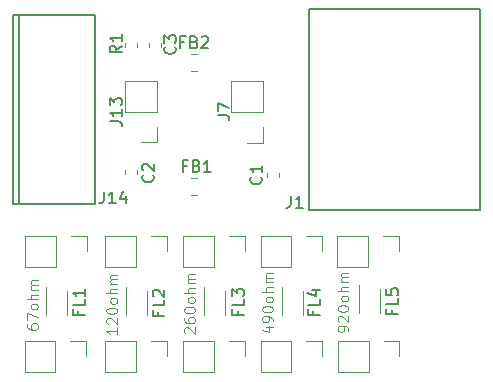
<source format=gbr>
G04 #@! TF.GenerationSoftware,KiCad,Pcbnew,(5.1.2)-1*
G04 #@! TF.CreationDate,2024-04-02T23:01:08+09:00*
G04 #@! TF.ProjectId,uf,75662e6b-6963-4616-945f-706362585858,v1.0*
G04 #@! TF.SameCoordinates,Original*
G04 #@! TF.FileFunction,Legend,Top*
G04 #@! TF.FilePolarity,Positive*
%FSLAX46Y46*%
G04 Gerber Fmt 4.6, Leading zero omitted, Abs format (unit mm)*
G04 Created by KiCad (PCBNEW (5.1.2)-1) date 2024-04-02 23:01:08*
%MOMM*%
%LPD*%
G04 APERTURE LIST*
%ADD10C,0.120000*%
%ADD11C,0.150000*%
%ADD12C,0.100000*%
G04 APERTURE END LIST*
D10*
X155887142Y-137202857D02*
X155887142Y-137031428D01*
X155844285Y-136945714D01*
X155801428Y-136902857D01*
X155672857Y-136817142D01*
X155501428Y-136774285D01*
X155158571Y-136774285D01*
X155072857Y-136817142D01*
X155030000Y-136860000D01*
X154987142Y-136945714D01*
X154987142Y-137117142D01*
X155030000Y-137202857D01*
X155072857Y-137245714D01*
X155158571Y-137288571D01*
X155372857Y-137288571D01*
X155458571Y-137245714D01*
X155501428Y-137202857D01*
X155544285Y-137117142D01*
X155544285Y-136945714D01*
X155501428Y-136860000D01*
X155458571Y-136817142D01*
X155372857Y-136774285D01*
X155072857Y-136431428D02*
X155030000Y-136388571D01*
X154987142Y-136302857D01*
X154987142Y-136088571D01*
X155030000Y-136002857D01*
X155072857Y-135960000D01*
X155158571Y-135917142D01*
X155244285Y-135917142D01*
X155372857Y-135960000D01*
X155887142Y-136474285D01*
X155887142Y-135917142D01*
X154987142Y-135360000D02*
X154987142Y-135274285D01*
X155030000Y-135188571D01*
X155072857Y-135145714D01*
X155158571Y-135102857D01*
X155330000Y-135060000D01*
X155544285Y-135060000D01*
X155715714Y-135102857D01*
X155801428Y-135145714D01*
X155844285Y-135188571D01*
X155887142Y-135274285D01*
X155887142Y-135360000D01*
X155844285Y-135445714D01*
X155801428Y-135488571D01*
X155715714Y-135531428D01*
X155544285Y-135574285D01*
X155330000Y-135574285D01*
X155158571Y-135531428D01*
X155072857Y-135488571D01*
X155030000Y-135445714D01*
X154987142Y-135360000D01*
X155887142Y-134545714D02*
X155844285Y-134631428D01*
X155801428Y-134674285D01*
X155715714Y-134717142D01*
X155458571Y-134717142D01*
X155372857Y-134674285D01*
X155330000Y-134631428D01*
X155287142Y-134545714D01*
X155287142Y-134417142D01*
X155330000Y-134331428D01*
X155372857Y-134288571D01*
X155458571Y-134245714D01*
X155715714Y-134245714D01*
X155801428Y-134288571D01*
X155844285Y-134331428D01*
X155887142Y-134417142D01*
X155887142Y-134545714D01*
X155887142Y-133860000D02*
X154987142Y-133860000D01*
X155887142Y-133474285D02*
X155415714Y-133474285D01*
X155330000Y-133517142D01*
X155287142Y-133602857D01*
X155287142Y-133731428D01*
X155330000Y-133817142D01*
X155372857Y-133860000D01*
X155887142Y-133045714D02*
X155287142Y-133045714D01*
X155372857Y-133045714D02*
X155330000Y-133002857D01*
X155287142Y-132917142D01*
X155287142Y-132788571D01*
X155330000Y-132702857D01*
X155415714Y-132660000D01*
X155887142Y-132660000D01*
X155415714Y-132660000D02*
X155330000Y-132617142D01*
X155287142Y-132531428D01*
X155287142Y-132402857D01*
X155330000Y-132317142D01*
X155415714Y-132274285D01*
X155887142Y-132274285D01*
X148877142Y-136920000D02*
X149477142Y-136920000D01*
X148534285Y-137134285D02*
X149177142Y-137348571D01*
X149177142Y-136791428D01*
X149477142Y-136405714D02*
X149477142Y-136234285D01*
X149434285Y-136148571D01*
X149391428Y-136105714D01*
X149262857Y-136020000D01*
X149091428Y-135977142D01*
X148748571Y-135977142D01*
X148662857Y-136020000D01*
X148620000Y-136062857D01*
X148577142Y-136148571D01*
X148577142Y-136320000D01*
X148620000Y-136405714D01*
X148662857Y-136448571D01*
X148748571Y-136491428D01*
X148962857Y-136491428D01*
X149048571Y-136448571D01*
X149091428Y-136405714D01*
X149134285Y-136320000D01*
X149134285Y-136148571D01*
X149091428Y-136062857D01*
X149048571Y-136020000D01*
X148962857Y-135977142D01*
X148577142Y-135420000D02*
X148577142Y-135334285D01*
X148620000Y-135248571D01*
X148662857Y-135205714D01*
X148748571Y-135162857D01*
X148920000Y-135120000D01*
X149134285Y-135120000D01*
X149305714Y-135162857D01*
X149391428Y-135205714D01*
X149434285Y-135248571D01*
X149477142Y-135334285D01*
X149477142Y-135420000D01*
X149434285Y-135505714D01*
X149391428Y-135548571D01*
X149305714Y-135591428D01*
X149134285Y-135634285D01*
X148920000Y-135634285D01*
X148748571Y-135591428D01*
X148662857Y-135548571D01*
X148620000Y-135505714D01*
X148577142Y-135420000D01*
X149477142Y-134605714D02*
X149434285Y-134691428D01*
X149391428Y-134734285D01*
X149305714Y-134777142D01*
X149048571Y-134777142D01*
X148962857Y-134734285D01*
X148920000Y-134691428D01*
X148877142Y-134605714D01*
X148877142Y-134477142D01*
X148920000Y-134391428D01*
X148962857Y-134348571D01*
X149048571Y-134305714D01*
X149305714Y-134305714D01*
X149391428Y-134348571D01*
X149434285Y-134391428D01*
X149477142Y-134477142D01*
X149477142Y-134605714D01*
X149477142Y-133920000D02*
X148577142Y-133920000D01*
X149477142Y-133534285D02*
X149005714Y-133534285D01*
X148920000Y-133577142D01*
X148877142Y-133662857D01*
X148877142Y-133791428D01*
X148920000Y-133877142D01*
X148962857Y-133920000D01*
X149477142Y-133105714D02*
X148877142Y-133105714D01*
X148962857Y-133105714D02*
X148920000Y-133062857D01*
X148877142Y-132977142D01*
X148877142Y-132848571D01*
X148920000Y-132762857D01*
X149005714Y-132720000D01*
X149477142Y-132720000D01*
X149005714Y-132720000D02*
X148920000Y-132677142D01*
X148877142Y-132591428D01*
X148877142Y-132462857D01*
X148920000Y-132377142D01*
X149005714Y-132334285D01*
X149477142Y-132334285D01*
X142082857Y-137418571D02*
X142040000Y-137375714D01*
X141997142Y-137290000D01*
X141997142Y-137075714D01*
X142040000Y-136990000D01*
X142082857Y-136947142D01*
X142168571Y-136904285D01*
X142254285Y-136904285D01*
X142382857Y-136947142D01*
X142897142Y-137461428D01*
X142897142Y-136904285D01*
X141997142Y-136132857D02*
X141997142Y-136304285D01*
X142040000Y-136390000D01*
X142082857Y-136432857D01*
X142211428Y-136518571D01*
X142382857Y-136561428D01*
X142725714Y-136561428D01*
X142811428Y-136518571D01*
X142854285Y-136475714D01*
X142897142Y-136390000D01*
X142897142Y-136218571D01*
X142854285Y-136132857D01*
X142811428Y-136090000D01*
X142725714Y-136047142D01*
X142511428Y-136047142D01*
X142425714Y-136090000D01*
X142382857Y-136132857D01*
X142340000Y-136218571D01*
X142340000Y-136390000D01*
X142382857Y-136475714D01*
X142425714Y-136518571D01*
X142511428Y-136561428D01*
X141997142Y-135490000D02*
X141997142Y-135404285D01*
X142040000Y-135318571D01*
X142082857Y-135275714D01*
X142168571Y-135232857D01*
X142340000Y-135190000D01*
X142554285Y-135190000D01*
X142725714Y-135232857D01*
X142811428Y-135275714D01*
X142854285Y-135318571D01*
X142897142Y-135404285D01*
X142897142Y-135490000D01*
X142854285Y-135575714D01*
X142811428Y-135618571D01*
X142725714Y-135661428D01*
X142554285Y-135704285D01*
X142340000Y-135704285D01*
X142168571Y-135661428D01*
X142082857Y-135618571D01*
X142040000Y-135575714D01*
X141997142Y-135490000D01*
X142897142Y-134675714D02*
X142854285Y-134761428D01*
X142811428Y-134804285D01*
X142725714Y-134847142D01*
X142468571Y-134847142D01*
X142382857Y-134804285D01*
X142340000Y-134761428D01*
X142297142Y-134675714D01*
X142297142Y-134547142D01*
X142340000Y-134461428D01*
X142382857Y-134418571D01*
X142468571Y-134375714D01*
X142725714Y-134375714D01*
X142811428Y-134418571D01*
X142854285Y-134461428D01*
X142897142Y-134547142D01*
X142897142Y-134675714D01*
X142897142Y-133990000D02*
X141997142Y-133990000D01*
X142897142Y-133604285D02*
X142425714Y-133604285D01*
X142340000Y-133647142D01*
X142297142Y-133732857D01*
X142297142Y-133861428D01*
X142340000Y-133947142D01*
X142382857Y-133990000D01*
X142897142Y-133175714D02*
X142297142Y-133175714D01*
X142382857Y-133175714D02*
X142340000Y-133132857D01*
X142297142Y-133047142D01*
X142297142Y-132918571D01*
X142340000Y-132832857D01*
X142425714Y-132790000D01*
X142897142Y-132790000D01*
X142425714Y-132790000D02*
X142340000Y-132747142D01*
X142297142Y-132661428D01*
X142297142Y-132532857D01*
X142340000Y-132447142D01*
X142425714Y-132404285D01*
X142897142Y-132404285D01*
X136307142Y-136954285D02*
X136307142Y-137468571D01*
X136307142Y-137211428D02*
X135407142Y-137211428D01*
X135535714Y-137297142D01*
X135621428Y-137382857D01*
X135664285Y-137468571D01*
X135492857Y-136611428D02*
X135450000Y-136568571D01*
X135407142Y-136482857D01*
X135407142Y-136268571D01*
X135450000Y-136182857D01*
X135492857Y-136140000D01*
X135578571Y-136097142D01*
X135664285Y-136097142D01*
X135792857Y-136140000D01*
X136307142Y-136654285D01*
X136307142Y-136097142D01*
X135407142Y-135540000D02*
X135407142Y-135454285D01*
X135450000Y-135368571D01*
X135492857Y-135325714D01*
X135578571Y-135282857D01*
X135750000Y-135240000D01*
X135964285Y-135240000D01*
X136135714Y-135282857D01*
X136221428Y-135325714D01*
X136264285Y-135368571D01*
X136307142Y-135454285D01*
X136307142Y-135540000D01*
X136264285Y-135625714D01*
X136221428Y-135668571D01*
X136135714Y-135711428D01*
X135964285Y-135754285D01*
X135750000Y-135754285D01*
X135578571Y-135711428D01*
X135492857Y-135668571D01*
X135450000Y-135625714D01*
X135407142Y-135540000D01*
X136307142Y-134725714D02*
X136264285Y-134811428D01*
X136221428Y-134854285D01*
X136135714Y-134897142D01*
X135878571Y-134897142D01*
X135792857Y-134854285D01*
X135750000Y-134811428D01*
X135707142Y-134725714D01*
X135707142Y-134597142D01*
X135750000Y-134511428D01*
X135792857Y-134468571D01*
X135878571Y-134425714D01*
X136135714Y-134425714D01*
X136221428Y-134468571D01*
X136264285Y-134511428D01*
X136307142Y-134597142D01*
X136307142Y-134725714D01*
X136307142Y-134040000D02*
X135407142Y-134040000D01*
X136307142Y-133654285D02*
X135835714Y-133654285D01*
X135750000Y-133697142D01*
X135707142Y-133782857D01*
X135707142Y-133911428D01*
X135750000Y-133997142D01*
X135792857Y-134040000D01*
X136307142Y-133225714D02*
X135707142Y-133225714D01*
X135792857Y-133225714D02*
X135750000Y-133182857D01*
X135707142Y-133097142D01*
X135707142Y-132968571D01*
X135750000Y-132882857D01*
X135835714Y-132840000D01*
X136307142Y-132840000D01*
X135835714Y-132840000D02*
X135750000Y-132797142D01*
X135707142Y-132711428D01*
X135707142Y-132582857D01*
X135750000Y-132497142D01*
X135835714Y-132454285D01*
X136307142Y-132454285D01*
X128687142Y-136671428D02*
X128687142Y-136842857D01*
X128730000Y-136928571D01*
X128772857Y-136971428D01*
X128901428Y-137057142D01*
X129072857Y-137100000D01*
X129415714Y-137100000D01*
X129501428Y-137057142D01*
X129544285Y-137014285D01*
X129587142Y-136928571D01*
X129587142Y-136757142D01*
X129544285Y-136671428D01*
X129501428Y-136628571D01*
X129415714Y-136585714D01*
X129201428Y-136585714D01*
X129115714Y-136628571D01*
X129072857Y-136671428D01*
X129030000Y-136757142D01*
X129030000Y-136928571D01*
X129072857Y-137014285D01*
X129115714Y-137057142D01*
X129201428Y-137100000D01*
X128687142Y-136285714D02*
X128687142Y-135685714D01*
X129587142Y-136071428D01*
X129587142Y-135214285D02*
X129544285Y-135300000D01*
X129501428Y-135342857D01*
X129415714Y-135385714D01*
X129158571Y-135385714D01*
X129072857Y-135342857D01*
X129030000Y-135300000D01*
X128987142Y-135214285D01*
X128987142Y-135085714D01*
X129030000Y-135000000D01*
X129072857Y-134957142D01*
X129158571Y-134914285D01*
X129415714Y-134914285D01*
X129501428Y-134957142D01*
X129544285Y-135000000D01*
X129587142Y-135085714D01*
X129587142Y-135214285D01*
X129587142Y-134528571D02*
X128687142Y-134528571D01*
X129587142Y-134142857D02*
X129115714Y-134142857D01*
X129030000Y-134185714D01*
X128987142Y-134271428D01*
X128987142Y-134400000D01*
X129030000Y-134485714D01*
X129072857Y-134528571D01*
X129587142Y-133714285D02*
X128987142Y-133714285D01*
X129072857Y-133714285D02*
X129030000Y-133671428D01*
X128987142Y-133585714D01*
X128987142Y-133457142D01*
X129030000Y-133371428D01*
X129115714Y-133328571D01*
X129587142Y-133328571D01*
X129115714Y-133328571D02*
X129030000Y-133285714D01*
X128987142Y-133200000D01*
X128987142Y-133071428D01*
X129030000Y-132985714D01*
X129115714Y-132942857D01*
X129587142Y-132942857D01*
X142561422Y-115180000D02*
X143078578Y-115180000D01*
X142561422Y-113760000D02*
X143078578Y-113760000D01*
X140010000Y-113162779D02*
X140010000Y-112837221D01*
X138990000Y-113162779D02*
X138990000Y-112837221D01*
X143108578Y-124270000D02*
X142591422Y-124270000D01*
X143108578Y-125690000D02*
X142591422Y-125690000D01*
X138010000Y-113162779D02*
X138010000Y-112837221D01*
X136990000Y-113162779D02*
X136990000Y-112837221D01*
D11*
X134460000Y-110500000D02*
X127960000Y-110500000D01*
X134460000Y-126500000D02*
X134460000Y-110500000D01*
X127960000Y-126500000D02*
X134460000Y-126500000D01*
X127960000Y-110500000D02*
X127960000Y-126500000D01*
X127460000Y-126500000D02*
X127960000Y-126500000D01*
X127460000Y-110500000D02*
X127460000Y-126500000D01*
X127960000Y-110500000D02*
X127460000Y-110500000D01*
D10*
X139670000Y-121250000D02*
X138340000Y-121250000D01*
X139670000Y-119920000D02*
X139670000Y-121250000D01*
X139670000Y-118650000D02*
X137010000Y-118650000D01*
X137010000Y-118650000D02*
X137010000Y-116050000D01*
X139670000Y-118650000D02*
X139670000Y-116050000D01*
X139670000Y-116050000D02*
X137010000Y-116050000D01*
X160200000Y-138030000D02*
X160200000Y-139360000D01*
X158870000Y-138030000D02*
X160200000Y-138030000D01*
X157600000Y-138030000D02*
X157600000Y-140690000D01*
X157600000Y-140690000D02*
X155000000Y-140690000D01*
X157600000Y-138030000D02*
X155000000Y-138030000D01*
X155000000Y-138030000D02*
X155000000Y-140690000D01*
X153660000Y-138050000D02*
X153660000Y-139380000D01*
X152330000Y-138050000D02*
X153660000Y-138050000D01*
X151060000Y-138050000D02*
X151060000Y-140710000D01*
X151060000Y-140710000D02*
X148460000Y-140710000D01*
X151060000Y-138050000D02*
X148460000Y-138050000D01*
X148460000Y-138050000D02*
X148460000Y-140710000D01*
X147110000Y-138050000D02*
X147110000Y-139380000D01*
X145780000Y-138050000D02*
X147110000Y-138050000D01*
X144510000Y-138050000D02*
X144510000Y-140710000D01*
X144510000Y-140710000D02*
X141910000Y-140710000D01*
X144510000Y-138050000D02*
X141910000Y-138050000D01*
X141910000Y-138050000D02*
X141910000Y-140710000D01*
X140510000Y-138050000D02*
X140510000Y-139380000D01*
X139180000Y-138050000D02*
X140510000Y-138050000D01*
X137910000Y-138050000D02*
X137910000Y-140710000D01*
X137910000Y-140710000D02*
X135310000Y-140710000D01*
X137910000Y-138050000D02*
X135310000Y-138050000D01*
X135310000Y-138050000D02*
X135310000Y-140710000D01*
X133670000Y-138050000D02*
X133670000Y-139380000D01*
X132340000Y-138050000D02*
X133670000Y-138050000D01*
X131070000Y-138050000D02*
X131070000Y-140710000D01*
X131070000Y-140710000D02*
X128470000Y-140710000D01*
X131070000Y-138050000D02*
X128470000Y-138050000D01*
X128470000Y-138050000D02*
X128470000Y-140710000D01*
X148650000Y-121290000D02*
X147320000Y-121290000D01*
X148650000Y-119960000D02*
X148650000Y-121290000D01*
X148650000Y-118690000D02*
X145990000Y-118690000D01*
X145990000Y-118690000D02*
X145990000Y-116090000D01*
X148650000Y-118690000D02*
X148650000Y-116090000D01*
X148650000Y-116090000D02*
X145990000Y-116090000D01*
X160150000Y-129140000D02*
X160150000Y-130470000D01*
X158820000Y-129140000D02*
X160150000Y-129140000D01*
X157550000Y-129140000D02*
X157550000Y-131800000D01*
X157550000Y-131800000D02*
X154950000Y-131800000D01*
X157550000Y-129140000D02*
X154950000Y-129140000D01*
X154950000Y-129140000D02*
X154950000Y-131800000D01*
X153660000Y-129160000D02*
X153660000Y-130490000D01*
X152330000Y-129160000D02*
X153660000Y-129160000D01*
X151060000Y-129160000D02*
X151060000Y-131820000D01*
X151060000Y-131820000D02*
X148460000Y-131820000D01*
X151060000Y-129160000D02*
X148460000Y-129160000D01*
X148460000Y-129160000D02*
X148460000Y-131820000D01*
X147110000Y-129160000D02*
X147110000Y-130490000D01*
X145780000Y-129160000D02*
X147110000Y-129160000D01*
X144510000Y-129160000D02*
X144510000Y-131820000D01*
X144510000Y-131820000D02*
X141910000Y-131820000D01*
X144510000Y-129160000D02*
X141910000Y-129160000D01*
X141910000Y-129160000D02*
X141910000Y-131820000D01*
X140510000Y-129160000D02*
X140510000Y-130490000D01*
X139180000Y-129160000D02*
X140510000Y-129160000D01*
X137910000Y-129160000D02*
X137910000Y-131820000D01*
X137910000Y-131820000D02*
X135310000Y-131820000D01*
X137910000Y-129160000D02*
X135310000Y-129160000D01*
X135310000Y-129160000D02*
X135310000Y-131820000D01*
X133740000Y-129160000D02*
X133740000Y-130490000D01*
X132410000Y-129160000D02*
X133740000Y-129160000D01*
X131140000Y-129160000D02*
X131140000Y-131820000D01*
X131140000Y-131820000D02*
X128540000Y-131820000D01*
X131140000Y-129160000D02*
X128540000Y-129160000D01*
X128540000Y-129160000D02*
X128540000Y-131820000D01*
D11*
X167040000Y-127000000D02*
X152540000Y-127000000D01*
X167040000Y-110000000D02*
X167040000Y-127000000D01*
X152540000Y-110000000D02*
X167040000Y-110000000D01*
X152540000Y-127000000D02*
X152540000Y-110000000D01*
D12*
X158590000Y-133665000D02*
X158590000Y-135695000D01*
X156810000Y-133310000D02*
X156810000Y-135695000D01*
X152080000Y-133845000D02*
X152080000Y-135875000D01*
X150300000Y-133490000D02*
X150300000Y-135875000D01*
X145470000Y-133845000D02*
X145470000Y-135875000D01*
X143690000Y-133490000D02*
X143690000Y-135875000D01*
X138830000Y-133845000D02*
X138830000Y-135875000D01*
X137050000Y-133490000D02*
X137050000Y-135875000D01*
X132040000Y-133845000D02*
X132040000Y-135875000D01*
X130260000Y-133490000D02*
X130260000Y-135875000D01*
D10*
X137970000Y-123950279D02*
X137970000Y-123624721D01*
X136950000Y-123950279D02*
X136950000Y-123624721D01*
X150050000Y-124162779D02*
X150050000Y-123837221D01*
X149030000Y-124162779D02*
X149030000Y-123837221D01*
D11*
X141986666Y-112748571D02*
X141653333Y-112748571D01*
X141653333Y-113272380D02*
X141653333Y-112272380D01*
X142129523Y-112272380D01*
X142843809Y-112748571D02*
X142986666Y-112796190D01*
X143034285Y-112843809D01*
X143081904Y-112939047D01*
X143081904Y-113081904D01*
X143034285Y-113177142D01*
X142986666Y-113224761D01*
X142891428Y-113272380D01*
X142510476Y-113272380D01*
X142510476Y-112272380D01*
X142843809Y-112272380D01*
X142939047Y-112320000D01*
X142986666Y-112367619D01*
X143034285Y-112462857D01*
X143034285Y-112558095D01*
X142986666Y-112653333D01*
X142939047Y-112700952D01*
X142843809Y-112748571D01*
X142510476Y-112748571D01*
X143462857Y-112367619D02*
X143510476Y-112320000D01*
X143605714Y-112272380D01*
X143843809Y-112272380D01*
X143939047Y-112320000D01*
X143986666Y-112367619D01*
X144034285Y-112462857D01*
X144034285Y-112558095D01*
X143986666Y-112700952D01*
X143415238Y-113272380D01*
X144034285Y-113272380D01*
X141197142Y-113136666D02*
X141244761Y-113184285D01*
X141292380Y-113327142D01*
X141292380Y-113422380D01*
X141244761Y-113565238D01*
X141149523Y-113660476D01*
X141054285Y-113708095D01*
X140863809Y-113755714D01*
X140720952Y-113755714D01*
X140530476Y-113708095D01*
X140435238Y-113660476D01*
X140340000Y-113565238D01*
X140292380Y-113422380D01*
X140292380Y-113327142D01*
X140340000Y-113184285D01*
X140387619Y-113136666D01*
X140292380Y-112803333D02*
X140292380Y-112184285D01*
X140673333Y-112517619D01*
X140673333Y-112374761D01*
X140720952Y-112279523D01*
X140768571Y-112231904D01*
X140863809Y-112184285D01*
X141101904Y-112184285D01*
X141197142Y-112231904D01*
X141244761Y-112279523D01*
X141292380Y-112374761D01*
X141292380Y-112660476D01*
X141244761Y-112755714D01*
X141197142Y-112803333D01*
X142186666Y-123238571D02*
X141853333Y-123238571D01*
X141853333Y-123762380D02*
X141853333Y-122762380D01*
X142329523Y-122762380D01*
X143043809Y-123238571D02*
X143186666Y-123286190D01*
X143234285Y-123333809D01*
X143281904Y-123429047D01*
X143281904Y-123571904D01*
X143234285Y-123667142D01*
X143186666Y-123714761D01*
X143091428Y-123762380D01*
X142710476Y-123762380D01*
X142710476Y-122762380D01*
X143043809Y-122762380D01*
X143139047Y-122810000D01*
X143186666Y-122857619D01*
X143234285Y-122952857D01*
X143234285Y-123048095D01*
X143186666Y-123143333D01*
X143139047Y-123190952D01*
X143043809Y-123238571D01*
X142710476Y-123238571D01*
X144234285Y-123762380D02*
X143662857Y-123762380D01*
X143948571Y-123762380D02*
X143948571Y-122762380D01*
X143853333Y-122905238D01*
X143758095Y-123000476D01*
X143662857Y-123048095D01*
X136682380Y-113066666D02*
X136206190Y-113400000D01*
X136682380Y-113638095D02*
X135682380Y-113638095D01*
X135682380Y-113257142D01*
X135730000Y-113161904D01*
X135777619Y-113114285D01*
X135872857Y-113066666D01*
X136015714Y-113066666D01*
X136110952Y-113114285D01*
X136158571Y-113161904D01*
X136206190Y-113257142D01*
X136206190Y-113638095D01*
X136682380Y-112114285D02*
X136682380Y-112685714D01*
X136682380Y-112400000D02*
X135682380Y-112400000D01*
X135825238Y-112495238D01*
X135920476Y-112590476D01*
X135968095Y-112685714D01*
X135170476Y-125422380D02*
X135170476Y-126136666D01*
X135122857Y-126279523D01*
X135027619Y-126374761D01*
X134884761Y-126422380D01*
X134789523Y-126422380D01*
X136170476Y-126422380D02*
X135599047Y-126422380D01*
X135884761Y-126422380D02*
X135884761Y-125422380D01*
X135789523Y-125565238D01*
X135694285Y-125660476D01*
X135599047Y-125708095D01*
X137027619Y-125755714D02*
X137027619Y-126422380D01*
X136789523Y-125374761D02*
X136551428Y-126089047D01*
X137170476Y-126089047D01*
X135702380Y-119449523D02*
X136416666Y-119449523D01*
X136559523Y-119497142D01*
X136654761Y-119592380D01*
X136702380Y-119735238D01*
X136702380Y-119830476D01*
X136702380Y-118449523D02*
X136702380Y-119020952D01*
X136702380Y-118735238D02*
X135702380Y-118735238D01*
X135845238Y-118830476D01*
X135940476Y-118925714D01*
X135988095Y-119020952D01*
X135702380Y-118116190D02*
X135702380Y-117497142D01*
X136083333Y-117830476D01*
X136083333Y-117687619D01*
X136130952Y-117592380D01*
X136178571Y-117544761D01*
X136273809Y-117497142D01*
X136511904Y-117497142D01*
X136607142Y-117544761D01*
X136654761Y-117592380D01*
X136702380Y-117687619D01*
X136702380Y-117973333D01*
X136654761Y-118068571D01*
X136607142Y-118116190D01*
X144812380Y-118973333D02*
X145526666Y-118973333D01*
X145669523Y-119020952D01*
X145764761Y-119116190D01*
X145812380Y-119259047D01*
X145812380Y-119354285D01*
X144812380Y-118592380D02*
X144812380Y-117925714D01*
X145812380Y-118354285D01*
X151006666Y-125792380D02*
X151006666Y-126506666D01*
X150959047Y-126649523D01*
X150863809Y-126744761D01*
X150720952Y-126792380D01*
X150625714Y-126792380D01*
X152006666Y-126792380D02*
X151435238Y-126792380D01*
X151720952Y-126792380D02*
X151720952Y-125792380D01*
X151625714Y-125935238D01*
X151530476Y-126030476D01*
X151435238Y-126078095D01*
X159578571Y-135468095D02*
X159578571Y-135801428D01*
X160102380Y-135801428D02*
X159102380Y-135801428D01*
X159102380Y-135325238D01*
X160102380Y-134468095D02*
X160102380Y-134944285D01*
X159102380Y-134944285D01*
X159102380Y-133658571D02*
X159102380Y-134134761D01*
X159578571Y-134182380D01*
X159530952Y-134134761D01*
X159483333Y-134039523D01*
X159483333Y-133801428D01*
X159530952Y-133706190D01*
X159578571Y-133658571D01*
X159673809Y-133610952D01*
X159911904Y-133610952D01*
X160007142Y-133658571D01*
X160054761Y-133706190D01*
X160102380Y-133801428D01*
X160102380Y-134039523D01*
X160054761Y-134134761D01*
X160007142Y-134182380D01*
X152928571Y-135538095D02*
X152928571Y-135871428D01*
X153452380Y-135871428D02*
X152452380Y-135871428D01*
X152452380Y-135395238D01*
X153452380Y-134538095D02*
X153452380Y-135014285D01*
X152452380Y-135014285D01*
X152785714Y-133776190D02*
X153452380Y-133776190D01*
X152404761Y-134014285D02*
X153119047Y-134252380D01*
X153119047Y-133633333D01*
X146528571Y-135518095D02*
X146528571Y-135851428D01*
X147052380Y-135851428D02*
X146052380Y-135851428D01*
X146052380Y-135375238D01*
X147052380Y-134518095D02*
X147052380Y-134994285D01*
X146052380Y-134994285D01*
X146052380Y-134280000D02*
X146052380Y-133660952D01*
X146433333Y-133994285D01*
X146433333Y-133851428D01*
X146480952Y-133756190D01*
X146528571Y-133708571D01*
X146623809Y-133660952D01*
X146861904Y-133660952D01*
X146957142Y-133708571D01*
X147004761Y-133756190D01*
X147052380Y-133851428D01*
X147052380Y-134137142D01*
X147004761Y-134232380D01*
X146957142Y-134280000D01*
X139788571Y-135578095D02*
X139788571Y-135911428D01*
X140312380Y-135911428D02*
X139312380Y-135911428D01*
X139312380Y-135435238D01*
X140312380Y-134578095D02*
X140312380Y-135054285D01*
X139312380Y-135054285D01*
X139407619Y-134292380D02*
X139360000Y-134244761D01*
X139312380Y-134149523D01*
X139312380Y-133911428D01*
X139360000Y-133816190D01*
X139407619Y-133768571D01*
X139502857Y-133720952D01*
X139598095Y-133720952D01*
X139740952Y-133768571D01*
X140312380Y-134340000D01*
X140312380Y-133720952D01*
X133028571Y-135538095D02*
X133028571Y-135871428D01*
X133552380Y-135871428D02*
X132552380Y-135871428D01*
X132552380Y-135395238D01*
X133552380Y-134538095D02*
X133552380Y-135014285D01*
X132552380Y-135014285D01*
X133552380Y-133680952D02*
X133552380Y-134252380D01*
X133552380Y-133966666D02*
X132552380Y-133966666D01*
X132695238Y-134061904D01*
X132790476Y-134157142D01*
X132838095Y-134252380D01*
X139327142Y-123996666D02*
X139374761Y-124044285D01*
X139422380Y-124187142D01*
X139422380Y-124282380D01*
X139374761Y-124425238D01*
X139279523Y-124520476D01*
X139184285Y-124568095D01*
X138993809Y-124615714D01*
X138850952Y-124615714D01*
X138660476Y-124568095D01*
X138565238Y-124520476D01*
X138470000Y-124425238D01*
X138422380Y-124282380D01*
X138422380Y-124187142D01*
X138470000Y-124044285D01*
X138517619Y-123996666D01*
X138517619Y-123615714D02*
X138470000Y-123568095D01*
X138422380Y-123472857D01*
X138422380Y-123234761D01*
X138470000Y-123139523D01*
X138517619Y-123091904D01*
X138612857Y-123044285D01*
X138708095Y-123044285D01*
X138850952Y-123091904D01*
X139422380Y-123663333D01*
X139422380Y-123044285D01*
X148467142Y-124166666D02*
X148514761Y-124214285D01*
X148562380Y-124357142D01*
X148562380Y-124452380D01*
X148514761Y-124595238D01*
X148419523Y-124690476D01*
X148324285Y-124738095D01*
X148133809Y-124785714D01*
X147990952Y-124785714D01*
X147800476Y-124738095D01*
X147705238Y-124690476D01*
X147610000Y-124595238D01*
X147562380Y-124452380D01*
X147562380Y-124357142D01*
X147610000Y-124214285D01*
X147657619Y-124166666D01*
X148562380Y-123214285D02*
X148562380Y-123785714D01*
X148562380Y-123500000D02*
X147562380Y-123500000D01*
X147705238Y-123595238D01*
X147800476Y-123690476D01*
X147848095Y-123785714D01*
M02*

</source>
